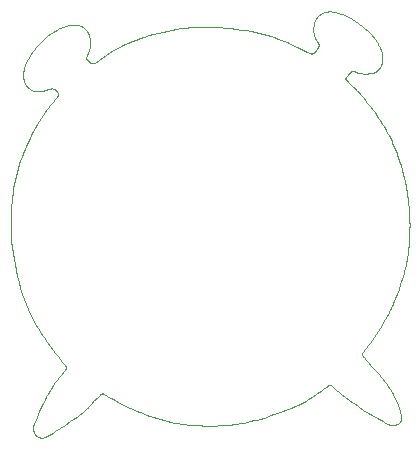
<source format=gbr>
%TF.GenerationSoftware,KiCad,Pcbnew,9.0.6*%
%TF.CreationDate,2025-12-03T22:20:56+01:00*%
%TF.ProjectId,knit_yarn_SAO,6b6e6974-5f79-4617-926e-5f53414f2e6b,rev?*%
%TF.SameCoordinates,Original*%
%TF.FileFunction,Profile,NP*%
%FSLAX46Y46*%
G04 Gerber Fmt 4.6, Leading zero omitted, Abs format (unit mm)*
G04 Created by KiCad (PCBNEW 9.0.6) date 2025-12-03 22:20:56*
%MOMM*%
%LPD*%
G01*
G04 APERTURE LIST*
%TA.AperFunction,Profile*%
%ADD10C,0.100000*%
%TD*%
G04 APERTURE END LIST*
D10*
X110185040Y-71453623D02*
X110229923Y-71455494D01*
X110275338Y-71458732D01*
X110321401Y-71463326D01*
X110368224Y-71469263D01*
X110415922Y-71476531D01*
X110464610Y-71485117D01*
X110514400Y-71495010D01*
X110565407Y-71506196D01*
X110671125Y-71532294D01*
X110780648Y-71562779D01*
X110892463Y-71596910D01*
X111005054Y-71633949D01*
X111116905Y-71673157D01*
X111226501Y-71713794D01*
X111332327Y-71755121D01*
X111432867Y-71796399D01*
X111526966Y-71837029D01*
X111614903Y-71876969D01*
X111697319Y-71916317D01*
X111774857Y-71955171D01*
X111848155Y-71993632D01*
X111917855Y-72031797D01*
X111984599Y-72069765D01*
X112049027Y-72107635D01*
X112111900Y-72145667D01*
X112174464Y-72184770D01*
X112238088Y-72226018D01*
X112304139Y-72270481D01*
X112373986Y-72319232D01*
X112448995Y-72373344D01*
X112530535Y-72433888D01*
X112619974Y-72501936D01*
X112822926Y-72660955D01*
X113043322Y-72839588D01*
X113153933Y-72931671D01*
X113261549Y-73023150D01*
X113363720Y-73112189D01*
X113457993Y-73196954D01*
X113542581Y-73276178D01*
X113581474Y-73313994D01*
X113618358Y-73350879D01*
X113653424Y-73387031D01*
X113686866Y-73422648D01*
X113718875Y-73457929D01*
X113749643Y-73493073D01*
X113779365Y-73528279D01*
X113808232Y-73563746D01*
X113836436Y-73599671D01*
X113864170Y-73636254D01*
X113919000Y-73712188D01*
X113974261Y-73793138D01*
X114031073Y-73880201D01*
X114088872Y-73972513D01*
X114146670Y-74068718D01*
X114203482Y-74167460D01*
X114258322Y-74267386D01*
X114310205Y-74367139D01*
X114358145Y-74465365D01*
X114401156Y-74560707D01*
X114420535Y-74606912D01*
X114438495Y-74652116D01*
X114455093Y-74696377D01*
X114470388Y-74739753D01*
X114497303Y-74824088D01*
X114519708Y-74905589D01*
X114538072Y-74984724D01*
X114552863Y-75061961D01*
X114564548Y-75137769D01*
X114573597Y-75212617D01*
X114580375Y-75286857D01*
X114584849Y-75360382D01*
X114586884Y-75432970D01*
X114586343Y-75504399D01*
X114583091Y-75574448D01*
X114576993Y-75642896D01*
X114572835Y-75676450D01*
X114567913Y-75709520D01*
X114562213Y-75742079D01*
X114555716Y-75774100D01*
X114548413Y-75805561D01*
X114540319Y-75836475D01*
X114531459Y-75866863D01*
X114521855Y-75896743D01*
X114511530Y-75926137D01*
X114500507Y-75955065D01*
X114488810Y-75983545D01*
X114476461Y-76011599D01*
X114463484Y-76039246D01*
X114449901Y-76066507D01*
X114435737Y-76093401D01*
X114421013Y-76119949D01*
X114389981Y-76172085D01*
X114356989Y-76223075D01*
X114339807Y-76248179D01*
X114322154Y-76272989D01*
X114304002Y-76297457D01*
X114285323Y-76321535D01*
X114266090Y-76345176D01*
X114246274Y-76368331D01*
X114225849Y-76390954D01*
X114204786Y-76412996D01*
X114183058Y-76434409D01*
X114160637Y-76455146D01*
X114137495Y-76475160D01*
X114113604Y-76494402D01*
X114088937Y-76512824D01*
X114063466Y-76530380D01*
X114037163Y-76547020D01*
X114010000Y-76562698D01*
X113981963Y-76577380D01*
X113953080Y-76591088D01*
X113923393Y-76603860D01*
X113892944Y-76615732D01*
X113861774Y-76626742D01*
X113829925Y-76636926D01*
X113797438Y-76646321D01*
X113764355Y-76654965D01*
X113730717Y-76662894D01*
X113696567Y-76670145D01*
X113661945Y-76676756D01*
X113626894Y-76682763D01*
X113555667Y-76693113D01*
X113483221Y-76701492D01*
X113409902Y-76708153D01*
X113336114Y-76713188D01*
X113262277Y-76716645D01*
X113188810Y-76718575D01*
X113116132Y-76719026D01*
X113044662Y-76718047D01*
X112974819Y-76715687D01*
X112907021Y-76711997D01*
X112841605Y-76707001D01*
X112778592Y-76700613D01*
X112717921Y-76692721D01*
X112659529Y-76683214D01*
X112603356Y-76671982D01*
X112549340Y-76658914D01*
X112497418Y-76643900D01*
X112472223Y-76635628D01*
X112447529Y-76626828D01*
X112423331Y-76617504D01*
X112399642Y-76607741D01*
X112353850Y-76587299D01*
X112310275Y-76566315D01*
X112269042Y-76545602D01*
X112230274Y-76525973D01*
X112194092Y-76508243D01*
X112160622Y-76493223D01*
X112144942Y-76486984D01*
X112129986Y-76481728D01*
X112115751Y-76477539D01*
X112102158Y-76474443D01*
X112095572Y-76473307D01*
X112089110Y-76472447D01*
X112082760Y-76471863D01*
X112076510Y-76471558D01*
X112070348Y-76471531D01*
X112064262Y-76471784D01*
X112058239Y-76472318D01*
X112052267Y-76473133D01*
X112046335Y-76474231D01*
X112040430Y-76475613D01*
X112034540Y-76477279D01*
X112028652Y-76479231D01*
X112022756Y-76481469D01*
X112016838Y-76483995D01*
X112004890Y-76489913D01*
X111992710Y-76496992D01*
X111980202Y-76505239D01*
X111967270Y-76514664D01*
X111953815Y-76525273D01*
X111939740Y-76537073D01*
X111924950Y-76550074D01*
X111893084Y-76579544D01*
X111858706Y-76612932D01*
X111822553Y-76649327D01*
X111785366Y-76687816D01*
X111747883Y-76727489D01*
X111710844Y-76767432D01*
X111641054Y-76844486D01*
X111609674Y-76879959D01*
X111581055Y-76913177D01*
X111555294Y-76944349D01*
X111532491Y-76973685D01*
X111522229Y-76987730D01*
X111512743Y-77001395D01*
X111504046Y-77014705D01*
X111496150Y-77027688D01*
X111489067Y-77040368D01*
X111482809Y-77052773D01*
X111477390Y-77064929D01*
X111472820Y-77076861D01*
X111469142Y-77088624D01*
X111467684Y-77094494D01*
X111466511Y-77100389D01*
X111465647Y-77106334D01*
X111465113Y-77112354D01*
X111464933Y-77118474D01*
X111465131Y-77124719D01*
X111465730Y-77131112D01*
X111466752Y-77137680D01*
X111468220Y-77144447D01*
X111470159Y-77151439D01*
X111472590Y-77158678D01*
X111475537Y-77166192D01*
X111479024Y-77174003D01*
X111483072Y-77182138D01*
X111487706Y-77190622D01*
X111492948Y-77199478D01*
X111498822Y-77208732D01*
X111505350Y-77218408D01*
X111512557Y-77228532D01*
X111520463Y-77239128D01*
X111529094Y-77250221D01*
X111538472Y-77261837D01*
X111548620Y-77273999D01*
X111559561Y-77286732D01*
X111583916Y-77314014D01*
X111611720Y-77343880D01*
X111643160Y-77376530D01*
X111717059Y-77450486D01*
X111803969Y-77535039D01*
X112007756Y-77730610D01*
X112120098Y-77838968D01*
X112236383Y-77952600D01*
X112354344Y-78070176D01*
X112471714Y-78190365D01*
X112586640Y-78312029D01*
X112698915Y-78434814D01*
X112808750Y-78558561D01*
X112916354Y-78683107D01*
X113021938Y-78808295D01*
X113125710Y-78933964D01*
X113328659Y-79186103D01*
X113527323Y-79439885D01*
X113626234Y-79569456D01*
X113725589Y-79702243D01*
X113825929Y-79839318D01*
X113927798Y-79981753D01*
X114031737Y-80130620D01*
X114138289Y-80286992D01*
X114247726Y-80451511D01*
X114359244Y-80623101D01*
X114471773Y-80800260D01*
X114584241Y-80981486D01*
X114695574Y-81165274D01*
X114804703Y-81350122D01*
X114910554Y-81534527D01*
X115012057Y-81716987D01*
X115108372Y-81896328D01*
X115199611Y-82072712D01*
X115286118Y-82246630D01*
X115368240Y-82418577D01*
X115446319Y-82589045D01*
X115520702Y-82758528D01*
X115591733Y-82927519D01*
X115659758Y-83096511D01*
X115725114Y-83265958D01*
X115788103Y-83436169D01*
X115849022Y-83607413D01*
X115908167Y-83779963D01*
X116022316Y-84130067D01*
X116132918Y-84488651D01*
X116241368Y-84856387D01*
X116345184Y-85227964D01*
X116440917Y-85596583D01*
X116484675Y-85777659D01*
X116525118Y-85955446D01*
X116561950Y-86129439D01*
X116595417Y-86300510D01*
X116625903Y-86469880D01*
X116653788Y-86638769D01*
X116679456Y-86808397D01*
X116703288Y-86979985D01*
X116746973Y-87333917D01*
X116787096Y-87707158D01*
X116822682Y-88093604D01*
X116851959Y-88483992D01*
X116863678Y-88677769D01*
X116873156Y-88869058D01*
X116880214Y-89057143D01*
X116884869Y-89243071D01*
X116887183Y-89428332D01*
X116887217Y-89614419D01*
X116885034Y-89802822D01*
X116880694Y-89995033D01*
X116865793Y-90396845D01*
X116842415Y-90828225D01*
X116826813Y-91053408D01*
X116808093Y-91283360D01*
X116785874Y-91516909D01*
X116759774Y-91752887D01*
X116729411Y-91990122D01*
X116694403Y-92227445D01*
X116654470Y-92463869D01*
X116609757Y-92699144D01*
X116560511Y-92933212D01*
X116506977Y-93166010D01*
X116449401Y-93397477D01*
X116388031Y-93627552D01*
X116323111Y-93856174D01*
X116254889Y-94083282D01*
X116183736Y-94308550D01*
X116110525Y-94530601D01*
X115961925Y-94958496D01*
X115817071Y-95353860D01*
X115683947Y-95703585D01*
X115567724Y-95999738D01*
X115514235Y-96131389D01*
X115462348Y-96255080D01*
X115410953Y-96373054D01*
X115358943Y-96487553D01*
X115305207Y-96600821D01*
X115248636Y-96715099D01*
X115188362Y-96832216D01*
X115124465Y-96952338D01*
X115057267Y-97075219D01*
X114987086Y-97200613D01*
X114839058Y-97457958D01*
X114682945Y-97722402D01*
X114521069Y-97991742D01*
X114354758Y-98262854D01*
X114185096Y-98532390D01*
X114013167Y-98797001D01*
X113840559Y-99053216D01*
X113670911Y-99297107D01*
X113508362Y-99524633D01*
X113357050Y-99731754D01*
X113220752Y-99914858D01*
X113101806Y-100072035D01*
X112923847Y-100302698D01*
X112893337Y-100342217D01*
X112880444Y-100359758D01*
X112869221Y-100376154D01*
X112859743Y-100391657D01*
X112855680Y-100399151D01*
X112852080Y-100406517D01*
X112848952Y-100413785D01*
X112846305Y-100420986D01*
X112844149Y-100428153D01*
X112842491Y-100435315D01*
X112841342Y-100442506D01*
X112840711Y-100449755D01*
X112840605Y-100457095D01*
X112841035Y-100464557D01*
X112842010Y-100472172D01*
X112843538Y-100479972D01*
X112845629Y-100487988D01*
X112848291Y-100496251D01*
X112851534Y-100504793D01*
X112855367Y-100513645D01*
X112859798Y-100522839D01*
X112864838Y-100532405D01*
X112870494Y-100542376D01*
X112876776Y-100552783D01*
X112891255Y-100575029D01*
X112908305Y-100599330D01*
X112927798Y-100625612D01*
X112973435Y-100683562D01*
X113026809Y-100747772D01*
X113086566Y-100817132D01*
X113151351Y-100890533D01*
X113219807Y-100966867D01*
X113362314Y-101123897D01*
X113650678Y-101441966D01*
X113800873Y-101609477D01*
X113959547Y-101788423D01*
X114128505Y-101981534D01*
X114303376Y-102185092D01*
X114478247Y-102393774D01*
X114563834Y-102498374D01*
X114647204Y-102602259D01*
X114727765Y-102704923D01*
X114805516Y-102806491D01*
X114880606Y-102907245D01*
X114953181Y-103007469D01*
X115023391Y-103107447D01*
X115091382Y-103207461D01*
X115157304Y-103307795D01*
X115221304Y-103408733D01*
X115283480Y-103510428D01*
X115343734Y-103612505D01*
X115401918Y-103714458D01*
X115457883Y-103815782D01*
X115511483Y-103915973D01*
X115562569Y-104014525D01*
X115610994Y-104110933D01*
X115656611Y-104204693D01*
X115699338Y-104295443D01*
X115739380Y-104383395D01*
X115777006Y-104468907D01*
X115812488Y-104552336D01*
X115846098Y-104634039D01*
X115878106Y-104714376D01*
X115938402Y-104872375D01*
X115967140Y-104950669D01*
X115994805Y-105028518D01*
X116021115Y-105105776D01*
X116045785Y-105182294D01*
X116068532Y-105257925D01*
X116089074Y-105332522D01*
X116107127Y-105405936D01*
X116122408Y-105478020D01*
X116134712Y-105548587D01*
X116144145Y-105617306D01*
X116150892Y-105683806D01*
X116155136Y-105747720D01*
X116157064Y-105808676D01*
X116156861Y-105866305D01*
X116154710Y-105920237D01*
X116150797Y-105970104D01*
X116148230Y-105993416D01*
X116145242Y-106015680D01*
X116141807Y-106036958D01*
X116137900Y-106057312D01*
X116133494Y-106076803D01*
X116128562Y-106095493D01*
X116123079Y-106113444D01*
X116117019Y-106130717D01*
X116110355Y-106147373D01*
X116103061Y-106163476D01*
X116095110Y-106179085D01*
X116086478Y-106194263D01*
X116077137Y-106209072D01*
X116067061Y-106223572D01*
X116056224Y-106237826D01*
X116044600Y-106251896D01*
X116032169Y-106265826D01*
X116018937Y-106279596D01*
X116004917Y-106293169D01*
X115990120Y-106306507D01*
X115974560Y-106319574D01*
X115958248Y-106332333D01*
X115941197Y-106344747D01*
X115923418Y-106356779D01*
X115904925Y-106368393D01*
X115885730Y-106379550D01*
X115865844Y-106390214D01*
X115845280Y-106400349D01*
X115824052Y-106409917D01*
X115802169Y-106418882D01*
X115779646Y-106427206D01*
X115756495Y-106434852D01*
X115732735Y-106441791D01*
X115708413Y-106448028D01*
X115683583Y-106453575D01*
X115658299Y-106458444D01*
X115632614Y-106462648D01*
X115606582Y-106466199D01*
X115580258Y-106469109D01*
X115553695Y-106471390D01*
X115526947Y-106473055D01*
X115500068Y-106474117D01*
X115473113Y-106474587D01*
X115446134Y-106474478D01*
X115419186Y-106473802D01*
X115392323Y-106472571D01*
X115339068Y-106468494D01*
X115312721Y-106465644D01*
X115286315Y-106462103D01*
X115259542Y-106457695D01*
X115232095Y-106452248D01*
X115203670Y-106445587D01*
X115173958Y-106437539D01*
X115142654Y-106427928D01*
X115109450Y-106416581D01*
X115074041Y-106403325D01*
X115036120Y-106387984D01*
X114995380Y-106370386D01*
X114951516Y-106350355D01*
X114904219Y-106327719D01*
X114853184Y-106302302D01*
X114798105Y-106273931D01*
X114738674Y-106242431D01*
X114606353Y-106169845D01*
X114457866Y-106085615D01*
X114122251Y-105888482D01*
X113751543Y-105663550D01*
X113365456Y-105423336D01*
X112980748Y-105178180D01*
X112602353Y-104929674D01*
X112416138Y-104803979D01*
X112232239Y-104677224D01*
X112050902Y-104549335D01*
X111872374Y-104420238D01*
X111697129Y-104290145D01*
X111526555Y-104160410D01*
X111362267Y-104032671D01*
X111205877Y-103908568D01*
X110923249Y-103677822D01*
X110691582Y-103481281D01*
X110598344Y-103399522D01*
X110519387Y-103328768D01*
X110397565Y-103216967D01*
X110312611Y-103139275D01*
X110279738Y-103111155D01*
X110251019Y-103089084D01*
X110237668Y-103080105D01*
X110231119Y-103076157D01*
X110224598Y-103072597D01*
X110218065Y-103069448D01*
X110211477Y-103066729D01*
X110204792Y-103064461D01*
X110197969Y-103062666D01*
X110190965Y-103061363D01*
X110183740Y-103060574D01*
X110176251Y-103060319D01*
X110168456Y-103060620D01*
X110160314Y-103061497D01*
X110151783Y-103062971D01*
X110142820Y-103065062D01*
X110133386Y-103067792D01*
X110123436Y-103071181D01*
X110112931Y-103075250D01*
X110101827Y-103080019D01*
X110090084Y-103085511D01*
X110077659Y-103091745D01*
X110064511Y-103098742D01*
X110050598Y-103106523D01*
X110035877Y-103115109D01*
X110020308Y-103124520D01*
X110003849Y-103134778D01*
X109968091Y-103157916D01*
X109928271Y-103184689D01*
X109884052Y-103215263D01*
X109663506Y-103373509D01*
X109387760Y-103573549D01*
X109235594Y-103682466D01*
X109077316Y-103793698D01*
X108915488Y-103904537D01*
X108752674Y-104012272D01*
X108590822Y-104114790D01*
X108429414Y-104212379D01*
X108267316Y-104305927D01*
X108103394Y-104396321D01*
X107936515Y-104484447D01*
X107765545Y-104571193D01*
X107589350Y-104657447D01*
X107406796Y-104744095D01*
X107216879Y-104831858D01*
X107019115Y-104920790D01*
X106813146Y-105010783D01*
X106598613Y-105101724D01*
X106375159Y-105193502D01*
X106142426Y-105286008D01*
X105900056Y-105379131D01*
X105647692Y-105472759D01*
X105385337Y-105566648D01*
X105114432Y-105660020D01*
X104836776Y-105751962D01*
X104554167Y-105841562D01*
X104268403Y-105927910D01*
X103981284Y-106010092D01*
X103694607Y-106087199D01*
X103410172Y-106158317D01*
X103129159Y-106222715D01*
X102850280Y-106280385D01*
X102571623Y-106331499D01*
X102291279Y-106376231D01*
X102007337Y-106414753D01*
X101717886Y-106447236D01*
X101421016Y-106473855D01*
X101114817Y-106494781D01*
X100798119Y-106510162D01*
X100472713Y-106520034D01*
X100141122Y-106524410D01*
X99805872Y-106523302D01*
X99469489Y-106516723D01*
X99134498Y-106504686D01*
X98803424Y-106487203D01*
X98478793Y-106464287D01*
X98162480Y-106435904D01*
X97853759Y-106401840D01*
X97551250Y-106361838D01*
X97253571Y-106315637D01*
X96959342Y-106262980D01*
X96667183Y-106203607D01*
X96375712Y-106137259D01*
X96083551Y-106063679D01*
X95789734Y-105982763D01*
X95494958Y-105895033D01*
X95200330Y-105801167D01*
X94906960Y-105701843D01*
X94615956Y-105597737D01*
X94328426Y-105489529D01*
X94045479Y-105377894D01*
X93768223Y-105263512D01*
X93497836Y-105147156D01*
X93235769Y-105030001D01*
X92983535Y-104913316D01*
X92742650Y-104798368D01*
X92300987Y-104578761D01*
X91922903Y-104381332D01*
X91761057Y-104293860D01*
X91617040Y-104214249D01*
X91378112Y-104077725D01*
X91197344Y-103969983D01*
X91065960Y-103889248D01*
X91015958Y-103858477D01*
X90974482Y-103833916D01*
X90956434Y-103823934D01*
X90939907Y-103815467D01*
X90924699Y-103808504D01*
X90910606Y-103803031D01*
X90897425Y-103799037D01*
X90884952Y-103796509D01*
X90872984Y-103795436D01*
X90861318Y-103795803D01*
X90849751Y-103797600D01*
X90838079Y-103800814D01*
X90826099Y-103805433D01*
X90813608Y-103811443D01*
X90800434Y-103818830D01*
X90786536Y-103827554D01*
X90771905Y-103837576D01*
X90756532Y-103848853D01*
X90740408Y-103861343D01*
X90723522Y-103875005D01*
X90687432Y-103905680D01*
X90648187Y-103940545D01*
X90605713Y-103979267D01*
X90510785Y-104066952D01*
X90403289Y-104165937D01*
X90288794Y-104272907D01*
X90231048Y-104328307D01*
X90174103Y-104384410D01*
X90118809Y-104440784D01*
X90066015Y-104496998D01*
X90016280Y-104552728D01*
X89968984Y-104608077D01*
X89878065Y-104718464D01*
X89832618Y-104773923D01*
X89785963Y-104829837D01*
X89737189Y-104886416D01*
X89685383Y-104943870D01*
X89629764Y-105002390D01*
X89570066Y-105062079D01*
X89506155Y-105123025D01*
X89437894Y-105185314D01*
X89365148Y-105249033D01*
X89287781Y-105314267D01*
X89205657Y-105381103D01*
X89118641Y-105449627D01*
X89026356Y-105520126D01*
X88927454Y-105593694D01*
X88820346Y-105671624D01*
X88703443Y-105755209D01*
X88433889Y-105944521D01*
X88106075Y-106171982D01*
X87716160Y-106441012D01*
X87295790Y-106727289D01*
X86885475Y-106999568D01*
X86696748Y-107120693D01*
X86525726Y-107226600D01*
X86376224Y-107314342D01*
X86309250Y-107351611D01*
X86247054Y-107384783D01*
X86189330Y-107414086D01*
X86135775Y-107439748D01*
X86086083Y-107461996D01*
X86039948Y-107481058D01*
X85997067Y-107497164D01*
X85957133Y-107510540D01*
X85919843Y-107521415D01*
X85884891Y-107530016D01*
X85851972Y-107536571D01*
X85820780Y-107541310D01*
X85791012Y-107544458D01*
X85762362Y-107546245D01*
X85734573Y-107546869D01*
X85707573Y-107546409D01*
X85681340Y-107544913D01*
X85655852Y-107542432D01*
X85631084Y-107539015D01*
X85607014Y-107534711D01*
X85583619Y-107529568D01*
X85560875Y-107523638D01*
X85538760Y-107516968D01*
X85517250Y-107509608D01*
X85496322Y-107501607D01*
X85475953Y-107493015D01*
X85456120Y-107483881D01*
X85436801Y-107474255D01*
X85417970Y-107464184D01*
X85399607Y-107453720D01*
X85381691Y-107442902D01*
X85364220Y-107431745D01*
X85347196Y-107420256D01*
X85330621Y-107408440D01*
X85314495Y-107396304D01*
X85298820Y-107383853D01*
X85283598Y-107371095D01*
X85268831Y-107358034D01*
X85254519Y-107344678D01*
X85240665Y-107331033D01*
X85227270Y-107317104D01*
X85214335Y-107302898D01*
X85201863Y-107288420D01*
X85189854Y-107273678D01*
X85178310Y-107258677D01*
X85167233Y-107243423D01*
X85156624Y-107227917D01*
X85146479Y-107212134D01*
X85136797Y-107196042D01*
X85127573Y-107179612D01*
X85118806Y-107162812D01*
X85110491Y-107145612D01*
X85102626Y-107127981D01*
X85095208Y-107109887D01*
X85088233Y-107091301D01*
X85081699Y-107072191D01*
X85075602Y-107052527D01*
X85069940Y-107032277D01*
X85064709Y-107011411D01*
X85059906Y-106989898D01*
X85055528Y-106967708D01*
X85051572Y-106944809D01*
X85044886Y-106897015D01*
X85039678Y-106847546D01*
X85035751Y-106797683D01*
X85032909Y-106748708D01*
X85030953Y-106701901D01*
X85029688Y-106658545D01*
X85028439Y-106587311D01*
X85028304Y-106573491D01*
X85028493Y-106560642D01*
X85028804Y-106554315D01*
X85029308Y-106547910D01*
X85030044Y-106541322D01*
X85031049Y-106534442D01*
X85032360Y-106527166D01*
X85034016Y-106519385D01*
X85036053Y-106510993D01*
X85038509Y-106501885D01*
X85041422Y-106491952D01*
X85044829Y-106481088D01*
X85048768Y-106469188D01*
X85053276Y-106456143D01*
X85064151Y-106426195D01*
X85077754Y-106390390D01*
X85094385Y-106347877D01*
X85114345Y-106297801D01*
X85137933Y-106239309D01*
X85165451Y-106171548D01*
X85233476Y-106004806D01*
X85233475Y-106004807D01*
X85233474Y-106004808D01*
X85233473Y-106004809D01*
X85233472Y-106004810D01*
X85233471Y-106004811D01*
X85233470Y-106004812D01*
X85233468Y-106004814D01*
X85233466Y-106004816D01*
X85233465Y-106004817D01*
X85233464Y-106004818D01*
X85233463Y-106004819D01*
X85233462Y-106004820D01*
X85233461Y-106004821D01*
X85233460Y-106004822D01*
X85424432Y-105542635D01*
X85544710Y-105261146D01*
X85679282Y-104957033D01*
X85826471Y-104638528D01*
X85984603Y-104313862D01*
X86152001Y-103991264D01*
X86238651Y-103833313D01*
X86326990Y-103678966D01*
X86416761Y-103529105D01*
X86507523Y-103384020D01*
X86690076Y-103108740D01*
X86870755Y-102854262D01*
X87045667Y-102621717D01*
X87210918Y-102412239D01*
X87362615Y-102226961D01*
X87609773Y-101933538D01*
X87657058Y-101876871D01*
X87697850Y-101826002D01*
X87715753Y-101802397D01*
X87731963Y-101779827D01*
X87746457Y-101758156D01*
X87759213Y-101737244D01*
X87770206Y-101716955D01*
X87779414Y-101697150D01*
X87786814Y-101677691D01*
X87792383Y-101658441D01*
X87796097Y-101639262D01*
X87797934Y-101620016D01*
X87797870Y-101600566D01*
X87795882Y-101580772D01*
X87791947Y-101560498D01*
X87786043Y-101539605D01*
X87778145Y-101517956D01*
X87768231Y-101495413D01*
X87756278Y-101471838D01*
X87742262Y-101447093D01*
X87726161Y-101421040D01*
X87707951Y-101393542D01*
X87687609Y-101364461D01*
X87665113Y-101333658D01*
X87613563Y-101266337D01*
X87553117Y-101190477D01*
X87483590Y-101104975D01*
X87121357Y-100662371D01*
X86900419Y-100388062D01*
X86661343Y-100084526D01*
X86410439Y-99756346D01*
X86154013Y-99408106D01*
X85898376Y-99044389D01*
X85772824Y-98858158D01*
X85649834Y-98669777D01*
X85413565Y-98287895D01*
X85190211Y-97898523D01*
X84979277Y-97500477D01*
X84780272Y-97092575D01*
X84592701Y-96673633D01*
X84416072Y-96242466D01*
X84249891Y-95797892D01*
X84093666Y-95338726D01*
X83947084Y-94864577D01*
X83810558Y-94378207D01*
X83684678Y-93883166D01*
X83570036Y-93382999D01*
X83467223Y-92881256D01*
X83376831Y-92381483D01*
X83299450Y-91887228D01*
X83235673Y-91402038D01*
X83185859Y-90928802D01*
X83149452Y-90467742D01*
X83125663Y-90018414D01*
X83113702Y-89580374D01*
X83112783Y-89153177D01*
X83122115Y-88736379D01*
X83140910Y-88329535D01*
X83168380Y-87932201D01*
X83203835Y-87543937D01*
X83246978Y-87164300D01*
X83297612Y-86792845D01*
X83355542Y-86429130D01*
X83420568Y-86072709D01*
X83492495Y-85723139D01*
X83571125Y-85379975D01*
X83656262Y-85042772D01*
X83747765Y-84711073D01*
X83845724Y-84384354D01*
X83950287Y-84062072D01*
X84061603Y-83743685D01*
X84179818Y-83428649D01*
X84305082Y-83116422D01*
X84437543Y-82806462D01*
X84577348Y-82498225D01*
X84724382Y-82191572D01*
X84877478Y-81887977D01*
X85035205Y-81589311D01*
X85196136Y-81297449D01*
X85358842Y-81014261D01*
X85521892Y-80741621D01*
X85683859Y-80481400D01*
X85843313Y-80235472D01*
X85998849Y-80005446D01*
X86149160Y-79791883D01*
X86292964Y-79595079D01*
X86428980Y-79415328D01*
X86555927Y-79252927D01*
X86672524Y-79108171D01*
X86869541Y-78872776D01*
X87011884Y-78706841D01*
X87038875Y-78673936D01*
X87062502Y-78643662D01*
X87082802Y-78615619D01*
X87099813Y-78589405D01*
X87113570Y-78564621D01*
X87124111Y-78540865D01*
X87128187Y-78529248D01*
X87131473Y-78517738D01*
X87133973Y-78506284D01*
X87135693Y-78494838D01*
X87136636Y-78483349D01*
X87136808Y-78471766D01*
X87136212Y-78460041D01*
X87134854Y-78448121D01*
X87132739Y-78435959D01*
X87129870Y-78423503D01*
X87121891Y-78397510D01*
X87110975Y-78369870D01*
X87097255Y-78340812D01*
X87080887Y-78310696D01*
X87062023Y-78279877D01*
X87040818Y-78248713D01*
X87017426Y-78217561D01*
X86992001Y-78186779D01*
X86964697Y-78156724D01*
X86935668Y-78127754D01*
X86905068Y-78100225D01*
X86873051Y-78074495D01*
X86839770Y-78050922D01*
X86805381Y-78029862D01*
X86787819Y-78020387D01*
X86770037Y-78011673D01*
X86752055Y-78003767D01*
X86733891Y-77996713D01*
X86715567Y-77990555D01*
X86697099Y-77985338D01*
X86678504Y-77981093D01*
X86659780Y-77977797D01*
X86640920Y-77975410D01*
X86621919Y-77973896D01*
X86583466Y-77973335D01*
X86544373Y-77975810D01*
X86504590Y-77981022D01*
X86464067Y-77988666D01*
X86422756Y-77998442D01*
X86380608Y-78010048D01*
X86007336Y-78132543D01*
X85955459Y-78147066D01*
X85902443Y-78160597D01*
X85848429Y-78173030D01*
X85793558Y-78184263D01*
X85737974Y-78194189D01*
X85681816Y-78202705D01*
X85625227Y-78209704D01*
X85568348Y-78215084D01*
X85511322Y-78218738D01*
X85454290Y-78220563D01*
X85397393Y-78220453D01*
X85340773Y-78218303D01*
X85284572Y-78214010D01*
X85228931Y-78207467D01*
X85173993Y-78198572D01*
X85119899Y-78187218D01*
X85066776Y-78173331D01*
X85014694Y-78156963D01*
X84963709Y-78138191D01*
X84913876Y-78117097D01*
X84865251Y-78093761D01*
X84817889Y-78068262D01*
X84771846Y-78040680D01*
X84727176Y-78011097D01*
X84683936Y-77979591D01*
X84642180Y-77946243D01*
X84601965Y-77911133D01*
X84563345Y-77874340D01*
X84526377Y-77835946D01*
X84491115Y-77796030D01*
X84457615Y-77754672D01*
X84425932Y-77711952D01*
X84396113Y-77667940D01*
X84368167Y-77622659D01*
X84342094Y-77576121D01*
X84317894Y-77528339D01*
X84295567Y-77479325D01*
X84275112Y-77429091D01*
X84256531Y-77377649D01*
X84239823Y-77325013D01*
X84224988Y-77271193D01*
X84212025Y-77216203D01*
X84200936Y-77160054D01*
X84191719Y-77102760D01*
X84184376Y-77044331D01*
X84178905Y-76984782D01*
X84175307Y-76924123D01*
X84173582Y-76862367D01*
X84173752Y-76799511D01*
X84175923Y-76735491D01*
X84180227Y-76670227D01*
X84186791Y-76603639D01*
X84195746Y-76535646D01*
X84207221Y-76466168D01*
X84221345Y-76395126D01*
X84238247Y-76322438D01*
X84258058Y-76248026D01*
X84280906Y-76171808D01*
X84306921Y-76093705D01*
X84336232Y-76013637D01*
X84368968Y-75931523D01*
X84405260Y-75847283D01*
X84445236Y-75760837D01*
X84489025Y-75672106D01*
X84536707Y-75581070D01*
X84588152Y-75487965D01*
X84643182Y-75393087D01*
X84701620Y-75296729D01*
X84828001Y-75100763D01*
X84965866Y-74902431D01*
X85113785Y-74704100D01*
X85270330Y-74508134D01*
X85351391Y-74411778D01*
X85434072Y-74316900D01*
X85518195Y-74223796D01*
X85603581Y-74132762D01*
X85690053Y-74044050D01*
X85777444Y-73957741D01*
X85865585Y-73873872D01*
X85954312Y-73792479D01*
X86043457Y-73713601D01*
X86132855Y-73637273D01*
X86222339Y-73563533D01*
X86311743Y-73492418D01*
X86489646Y-73358209D01*
X86665232Y-73234942D01*
X86837171Y-73122912D01*
X87004133Y-73022415D01*
X87085364Y-72976565D01*
X87165041Y-72933598D01*
X87243191Y-72893441D01*
X87319837Y-72856020D01*
X87395004Y-72821260D01*
X87468718Y-72789088D01*
X87541001Y-72759429D01*
X87611881Y-72732210D01*
X87681380Y-72707357D01*
X87749524Y-72684796D01*
X87816337Y-72664452D01*
X87881844Y-72646253D01*
X87946069Y-72630124D01*
X88009038Y-72615991D01*
X88131304Y-72593418D01*
X88190646Y-72584834D01*
X88248798Y-72577974D01*
X88305755Y-72572791D01*
X88361511Y-72569234D01*
X88416059Y-72567255D01*
X88469393Y-72566803D01*
X88521507Y-72567830D01*
X88572395Y-72570286D01*
X88622050Y-72574122D01*
X88670468Y-72579289D01*
X88717641Y-72585738D01*
X88763563Y-72593418D01*
X88808229Y-72602282D01*
X88851631Y-72612279D01*
X88893765Y-72623361D01*
X88934623Y-72635477D01*
X88974209Y-72648587D01*
X89012555Y-72662677D01*
X89049707Y-72677739D01*
X89085706Y-72693769D01*
X89120597Y-72710760D01*
X89154421Y-72728706D01*
X89187223Y-72747600D01*
X89219045Y-72767438D01*
X89249931Y-72788211D01*
X89279923Y-72809915D01*
X89309065Y-72832543D01*
X89337400Y-72856089D01*
X89364972Y-72880547D01*
X89391822Y-72905911D01*
X89417995Y-72932174D01*
X89443533Y-72959331D01*
X89468469Y-72987373D01*
X89492788Y-73016283D01*
X89516467Y-73046044D01*
X89539480Y-73076636D01*
X89561803Y-73108041D01*
X89583411Y-73140241D01*
X89604280Y-73173217D01*
X89624385Y-73206951D01*
X89643702Y-73241425D01*
X89662205Y-73276619D01*
X89679870Y-73312516D01*
X89696673Y-73349096D01*
X89712588Y-73386343D01*
X89727592Y-73424236D01*
X89741659Y-73462757D01*
X89754766Y-73501889D01*
X89766896Y-73541596D01*
X89778071Y-73581776D01*
X89788322Y-73622314D01*
X89797679Y-73663092D01*
X89813837Y-73744901D01*
X89826792Y-73826266D01*
X89836789Y-73906250D01*
X89844075Y-73983919D01*
X89848897Y-74058334D01*
X89851501Y-74128561D01*
X89852100Y-74193949D01*
X89850778Y-74255000D01*
X89847582Y-74312502D01*
X89842563Y-74367244D01*
X89835769Y-74420015D01*
X89827250Y-74471602D01*
X89817056Y-74522796D01*
X89805235Y-74574383D01*
X89791845Y-74626957D01*
X89776977Y-74680319D01*
X89760729Y-74734075D01*
X89743199Y-74787831D01*
X89724486Y-74841192D01*
X89704689Y-74893765D01*
X89683906Y-74945155D01*
X89662235Y-74994968D01*
X89639883Y-75042884D01*
X89617482Y-75088878D01*
X89595771Y-75132998D01*
X89575490Y-75175295D01*
X89557377Y-75215818D01*
X89549365Y-75235429D01*
X89542172Y-75254615D01*
X89535891Y-75273382D01*
X89530614Y-75291737D01*
X89526434Y-75309685D01*
X89523443Y-75327232D01*
X89521709Y-75344387D01*
X89521201Y-75361167D01*
X89521863Y-75377589D01*
X89523641Y-75393672D01*
X89526478Y-75409435D01*
X89530319Y-75424896D01*
X89535109Y-75440073D01*
X89540792Y-75454986D01*
X89547314Y-75469652D01*
X89554617Y-75484090D01*
X89562648Y-75498319D01*
X89571350Y-75512356D01*
X89580669Y-75526221D01*
X89590548Y-75539932D01*
X89600932Y-75553508D01*
X89611767Y-75566966D01*
X89623000Y-75580325D01*
X89634603Y-75593597D01*
X89658820Y-75619933D01*
X89684219Y-75646072D01*
X89710605Y-75672113D01*
X89737779Y-75698153D01*
X89765544Y-75724292D01*
X89822060Y-75777261D01*
X89836298Y-75790663D01*
X89850795Y-75803843D01*
X89865810Y-75816481D01*
X89873592Y-75822497D01*
X89881600Y-75828256D01*
X89889867Y-75833721D01*
X89898426Y-75838849D01*
X89907307Y-75843601D01*
X89916545Y-75847938D01*
X89926171Y-75851819D01*
X89936217Y-75855203D01*
X89946716Y-75858052D01*
X89957700Y-75860325D01*
X89969202Y-75861981D01*
X89981253Y-75862982D01*
X89993887Y-75863286D01*
X90007136Y-75862854D01*
X90021031Y-75861645D01*
X90035606Y-75859621D01*
X90050892Y-75856740D01*
X90066922Y-75852962D01*
X90083728Y-75848248D01*
X90101344Y-75842557D01*
X90119800Y-75835850D01*
X90139129Y-75828087D01*
X90159365Y-75819226D01*
X90180538Y-75809229D01*
X90202681Y-75798055D01*
X90225828Y-75785664D01*
X91491797Y-74927666D01*
X91718357Y-74789956D01*
X91959701Y-74651656D01*
X92216028Y-74513355D01*
X92487535Y-74375647D01*
X92774421Y-74239122D01*
X93076881Y-74104370D01*
X93395115Y-73971984D01*
X93729321Y-73842554D01*
X94079232Y-73716722D01*
X94442744Y-73595327D01*
X94817296Y-73479255D01*
X95200324Y-73369394D01*
X95589266Y-73266631D01*
X95981560Y-73171852D01*
X96374644Y-73085945D01*
X96765956Y-73009796D01*
X97153744Y-72944120D01*
X97539509Y-72888942D01*
X97925569Y-72844115D01*
X98314240Y-72809491D01*
X98707840Y-72784922D01*
X99108687Y-72770259D01*
X99519097Y-72765355D01*
X99941387Y-72770062D01*
X100376714Y-72784200D01*
X100821600Y-72807455D01*
X101271413Y-72839484D01*
X101721520Y-72879941D01*
X102167290Y-72928481D01*
X102604089Y-72984759D01*
X103027287Y-73048430D01*
X103432251Y-73119150D01*
X103815373Y-73196499D01*
X104177152Y-73279762D01*
X104519116Y-73368150D01*
X104842794Y-73460876D01*
X105149714Y-73557150D01*
X105441404Y-73656185D01*
X105719394Y-73757191D01*
X105985211Y-73859381D01*
X106240028Y-73961958D01*
X106483607Y-74064090D01*
X106715356Y-74164940D01*
X106934685Y-74263671D01*
X107333714Y-74451421D01*
X107675966Y-74620642D01*
X108186454Y-74881405D01*
X108281915Y-74927866D01*
X108366188Y-74966047D01*
X108440111Y-74995553D01*
X108473453Y-75006930D01*
X108504522Y-75015990D01*
X108533439Y-75022702D01*
X108547147Y-75025185D01*
X108560390Y-75027096D01*
X108573192Y-75028440D01*
X108585579Y-75029224D01*
X108597576Y-75029453D01*
X108609209Y-75029134D01*
X108620503Y-75028272D01*
X108631484Y-75026875D01*
X108642176Y-75024948D01*
X108652606Y-75022497D01*
X108662799Y-75019528D01*
X108672780Y-75016048D01*
X108682575Y-75012063D01*
X108692209Y-75007579D01*
X108701707Y-75002602D01*
X108711095Y-74997139D01*
X108729643Y-74984776D01*
X108748055Y-74970540D01*
X108766534Y-74954481D01*
X108785285Y-74936647D01*
X108804511Y-74917088D01*
X108824414Y-74895853D01*
X108845198Y-74872992D01*
X108889664Y-74822775D01*
X108936741Y-74767778D01*
X108984705Y-74709529D01*
X109031832Y-74649554D01*
X109076395Y-74589383D01*
X109097177Y-74559701D01*
X109116671Y-74530542D01*
X109134662Y-74502098D01*
X109150934Y-74474559D01*
X109165272Y-74448117D01*
X109177460Y-74422963D01*
X109182686Y-74410920D01*
X109187329Y-74399220D01*
X109191400Y-74387835D01*
X109194906Y-74376740D01*
X109197859Y-74365906D01*
X109200266Y-74355307D01*
X109202137Y-74344916D01*
X109203482Y-74334706D01*
X109204309Y-74324650D01*
X109204628Y-74314721D01*
X109204447Y-74304892D01*
X109203777Y-74295136D01*
X109202627Y-74285427D01*
X109201005Y-74275736D01*
X109198921Y-74266039D01*
X109196384Y-74256306D01*
X109189989Y-74236629D01*
X109181894Y-74216490D01*
X109172172Y-74195673D01*
X109160898Y-74173963D01*
X109148145Y-74151144D01*
X109133987Y-74127001D01*
X109101753Y-74073877D01*
X109064929Y-74013246D01*
X109024815Y-73945284D01*
X108982853Y-73870546D01*
X108940485Y-73789585D01*
X108919599Y-73746945D01*
X108899152Y-73702957D01*
X108879324Y-73657691D01*
X108860295Y-73611215D01*
X108842246Y-73563599D01*
X108825357Y-73514913D01*
X108809808Y-73465226D01*
X108795778Y-73414606D01*
X108783416Y-73363129D01*
X108772729Y-73310888D01*
X108763693Y-73257982D01*
X108756283Y-73204509D01*
X108750476Y-73150568D01*
X108746246Y-73096258D01*
X108743569Y-73041676D01*
X108742419Y-72986922D01*
X108742773Y-72932094D01*
X108744606Y-72877291D01*
X108747892Y-72822611D01*
X108752609Y-72768152D01*
X108758729Y-72714014D01*
X108766231Y-72660295D01*
X108775087Y-72607093D01*
X108785275Y-72554507D01*
X108796775Y-72502627D01*
X108809608Y-72451513D01*
X108823800Y-72401216D01*
X108839376Y-72351786D01*
X108856363Y-72303274D01*
X108874786Y-72255731D01*
X108894674Y-72209208D01*
X108916050Y-72163755D01*
X108938942Y-72119423D01*
X108963376Y-72076264D01*
X108989378Y-72034328D01*
X109016975Y-71993665D01*
X109046191Y-71954327D01*
X109077055Y-71916364D01*
X109109591Y-71879827D01*
X109143826Y-71844767D01*
X109179758Y-71811226D01*
X109217277Y-71779210D01*
X109256244Y-71748716D01*
X109296519Y-71719741D01*
X109337965Y-71692281D01*
X109380443Y-71666334D01*
X109423814Y-71641896D01*
X109467940Y-71618965D01*
X109512682Y-71597537D01*
X109557902Y-71577609D01*
X109603460Y-71559178D01*
X109649219Y-71542241D01*
X109695039Y-71526796D01*
X109740782Y-71512838D01*
X109786310Y-71500364D01*
X109831484Y-71489373D01*
X109876207Y-71479858D01*
X109920552Y-71471810D01*
X109964631Y-71465216D01*
X110008559Y-71460063D01*
X110052450Y-71456340D01*
X110096418Y-71454034D01*
X110140577Y-71453132D01*
X110185040Y-71453623D01*
M02*

</source>
